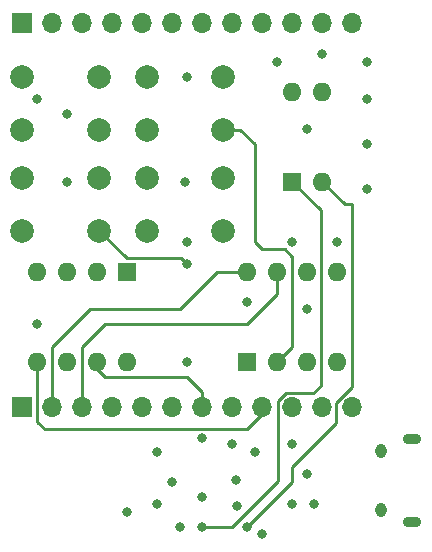
<source format=gbr>
%TF.GenerationSoftware,KiCad,Pcbnew,(6.0.9-0)*%
%TF.CreationDate,2022-11-13T08:04:19-06:00*%
%TF.ProjectId,ProgramingAddOn,50726f67-7261-46d6-996e-674164644f6e,rev?*%
%TF.SameCoordinates,Original*%
%TF.FileFunction,Copper,L3,Inr*%
%TF.FilePolarity,Positive*%
%FSLAX46Y46*%
G04 Gerber Fmt 4.6, Leading zero omitted, Abs format (unit mm)*
G04 Created by KiCad (PCBNEW (6.0.9-0)) date 2022-11-13 08:04:19*
%MOMM*%
%LPD*%
G01*
G04 APERTURE LIST*
%TA.AperFunction,ComponentPad*%
%ADD10C,2.000000*%
%TD*%
%TA.AperFunction,ComponentPad*%
%ADD11R,1.600000X1.600000*%
%TD*%
%TA.AperFunction,ComponentPad*%
%ADD12O,1.600000X1.600000*%
%TD*%
%TA.AperFunction,ComponentPad*%
%ADD13O,1.550000X0.890000*%
%TD*%
%TA.AperFunction,ComponentPad*%
%ADD14O,0.950000X1.250000*%
%TD*%
%TA.AperFunction,ComponentPad*%
%ADD15R,1.700000X1.700000*%
%TD*%
%TA.AperFunction,ComponentPad*%
%ADD16O,1.700000X1.700000*%
%TD*%
%TA.AperFunction,ViaPad*%
%ADD17C,0.800000*%
%TD*%
%TA.AperFunction,Conductor*%
%ADD18C,0.250000*%
%TD*%
G04 APERTURE END LIST*
D10*
%TO.N,+3.3V*%
%TO.C,SW2*%
X74050000Y-55880000D03*
X80550000Y-55880000D03*
%TO.N,Net-(SW2-Pad2)*%
X80550000Y-60380000D03*
X74050000Y-60380000D03*
%TD*%
D11*
%TO.N,Net-(SW4-Pad2)*%
%TO.C,SW7*%
X82560000Y-80010000D03*
D12*
%TO.N,Net-(SW2-Pad2)*%
X85100000Y-80010000D03*
%TO.N,Net-(SW6-Pad2)*%
X87640000Y-80010000D03*
%TO.N,Net-(SW3-Pad2)*%
X90180000Y-80010000D03*
%TO.N,/In-0*%
X90180000Y-72390000D03*
%TO.N,/In-1*%
X87640000Y-72390000D03*
%TO.N,/In-2 {slash} RX*%
X85100000Y-72390000D03*
%TO.N,/In-3 {slash} TX*%
X82560000Y-72390000D03*
%TD*%
D13*
%TO.N,GND*%
%TO.C,J1*%
X96550000Y-86581298D03*
D14*
X93850000Y-92581298D03*
X93850000Y-87581298D03*
D13*
X96550000Y-93581298D03*
%TD*%
D11*
%TO.N,/TXD*%
%TO.C,SW1*%
X86380000Y-64770000D03*
D12*
%TO.N,/RXD*%
X88920000Y-64770000D03*
%TO.N,/In-3 {slash} TX*%
X88920000Y-57150000D03*
%TO.N,/In-2 {slash} RX*%
X86380000Y-57150000D03*
%TD*%
D10*
%TO.N,+3.3V*%
%TO.C,SW4*%
X70000000Y-64430000D03*
X63500000Y-64430000D03*
%TO.N,Net-(SW4-Pad2)*%
X63500000Y-68930000D03*
X70000000Y-68930000D03*
%TD*%
%TO.N,+3.3V*%
%TO.C,SW3*%
X70000000Y-55880000D03*
X63500000Y-55880000D03*
%TO.N,Net-(SW3-Pad2)*%
X63500000Y-60380000D03*
X70000000Y-60380000D03*
%TD*%
%TO.N,+3.3V*%
%TO.C,SW6*%
X74050000Y-64430000D03*
X80550000Y-64430000D03*
%TO.N,Net-(SW6-Pad2)*%
X80550000Y-68930000D03*
X74050000Y-68930000D03*
%TD*%
D11*
%TO.N,Net-(D5-Pad1)*%
%TO.C,SW5*%
X72390000Y-72400000D03*
D12*
%TO.N,Net-(D4-Pad1)*%
X69850000Y-72400000D03*
%TO.N,Net-(D2-Pad1)*%
X67310000Y-72400000D03*
%TO.N,Net-(D3-Pad1)*%
X64770000Y-72400000D03*
%TO.N,/Out-0*%
X64770000Y-80020000D03*
%TO.N,/Out-1*%
X67310000Y-80020000D03*
%TO.N,/Out-2*%
X69850000Y-80020000D03*
%TO.N,/Out-3*%
X72390000Y-80020000D03*
%TD*%
D15*
%TO.N,GND*%
%TO.C,J4*%
X63495000Y-51365000D03*
D16*
%TO.N,/In-3 {slash} TX*%
X66035000Y-51365000D03*
%TO.N,/In-2 {slash} RX*%
X68575000Y-51365000D03*
%TO.N,/In-1*%
X71115000Y-51365000D03*
%TO.N,/In-0*%
X73655000Y-51365000D03*
%TO.N,/Out-3*%
X76195000Y-51365000D03*
%TO.N,/Out-2*%
X78735000Y-51365000D03*
%TO.N,/Out-1*%
X81275000Y-51365000D03*
%TO.N,/Out-0*%
X83815000Y-51365000D03*
%TO.N,GND*%
X86355000Y-51365000D03*
%TO.N,+3.3V*%
X88895000Y-51365000D03*
%TO.N,/Reset*%
X91435000Y-51365000D03*
%TD*%
D15*
%TO.N,GND*%
%TO.C,J5*%
X63500000Y-83830000D03*
D16*
%TO.N,/In-3 {slash} TX*%
X66040000Y-83830000D03*
%TO.N,/In-2 {slash} RX*%
X68580000Y-83830000D03*
%TO.N,/In-1*%
X71120000Y-83830000D03*
%TO.N,/In-0*%
X73660000Y-83830000D03*
%TO.N,/Out-3*%
X76200000Y-83830000D03*
%TO.N,/Out-2*%
X78740000Y-83830000D03*
%TO.N,/Out-1*%
X81280000Y-83830000D03*
%TO.N,/Out-0*%
X83820000Y-83830000D03*
%TO.N,GND*%
X86360000Y-83830000D03*
%TO.N,+3.3V*%
X88900000Y-83830000D03*
%TO.N,/Reset*%
X91440000Y-83830000D03*
%TD*%
D17*
%TO.N,VBUS*%
X87630000Y-89535000D03*
X78740000Y-86449500D03*
X88175000Y-92075000D03*
%TO.N,GND*%
X83820000Y-94615000D03*
X72390000Y-92710000D03*
X87630000Y-60325000D03*
X88900000Y-53975000D03*
X64770000Y-57785000D03*
X67310000Y-64770000D03*
X83185000Y-87630000D03*
X92710000Y-54610000D03*
X82550000Y-74930000D03*
X85090000Y-54610000D03*
X86360000Y-92075000D03*
X76200000Y-90170000D03*
X76835000Y-93980000D03*
X87630000Y-75565000D03*
X64770000Y-76835000D03*
X77470000Y-69850000D03*
X81280000Y-86995000D03*
X86360000Y-69850000D03*
X77300000Y-64770000D03*
X77470000Y-55880000D03*
X92710000Y-57785000D03*
X74930000Y-87630000D03*
X92710000Y-61595000D03*
X81695602Y-92254846D03*
X92710000Y-65405000D03*
X67310000Y-59055000D03*
X86360000Y-86995000D03*
X90170000Y-69850000D03*
X78740000Y-91440000D03*
%TO.N,+3.3V*%
X81575767Y-89990500D03*
X74930000Y-92075000D03*
%TO.N,/TXD*%
X78730837Y-94029479D03*
%TO.N,/RXD*%
X82550000Y-93980000D03*
%TO.N,Net-(SW4-Pad2)*%
X77470000Y-71755000D03*
X77470000Y-80010000D03*
%TD*%
D18*
%TO.N,/TXD*%
X81280000Y-93980000D02*
X78740000Y-93980000D01*
X88765000Y-67155000D02*
X88765000Y-82050000D01*
X85185000Y-90075000D02*
X81280000Y-93980000D01*
X85185000Y-83343299D02*
X85185000Y-90075000D01*
X88160000Y-82655000D02*
X88765000Y-82050000D01*
X85873299Y-82655000D02*
X85185000Y-83343299D01*
X78740000Y-94020316D02*
X78730837Y-94029479D01*
X85873299Y-82655000D02*
X88160000Y-82655000D01*
X78740000Y-93980000D02*
X78740000Y-94020316D01*
X86380000Y-64770000D02*
X88765000Y-67155000D01*
%TO.N,/RXD*%
X90075000Y-85185000D02*
X86360000Y-88900000D01*
X91440000Y-66675000D02*
X91440000Y-82168299D01*
X86360000Y-88900000D02*
X86360000Y-90170000D01*
X91440000Y-82168299D02*
X90075000Y-83533299D01*
X86360000Y-90170000D02*
X82550000Y-93980000D01*
X90075000Y-83533299D02*
X90075000Y-85185000D01*
X88920000Y-64770000D02*
X90825000Y-66675000D01*
X90825000Y-66675000D02*
X91440000Y-66675000D01*
%TO.N,/In-2 {slash} RX*%
X82550000Y-76835000D02*
X85100000Y-74285000D01*
X70485000Y-76835000D02*
X82550000Y-76835000D01*
X68580000Y-78740000D02*
X70485000Y-76835000D01*
X68580000Y-83830000D02*
X68580000Y-78740000D01*
X85100000Y-74285000D02*
X85100000Y-72390000D01*
%TO.N,/In-3 {slash} TX*%
X76835000Y-75565000D02*
X80010000Y-72390000D01*
X80010000Y-72390000D02*
X82560000Y-72390000D01*
X69215000Y-75565000D02*
X76835000Y-75565000D01*
X66040000Y-78740000D02*
X69215000Y-75565000D01*
X66040000Y-83830000D02*
X66040000Y-78740000D01*
%TO.N,/Out-0*%
X83820000Y-84455000D02*
X83820000Y-83830000D01*
X64770000Y-85090000D02*
X65405000Y-85725000D01*
X65405000Y-85725000D02*
X82550000Y-85725000D01*
X64770000Y-80020000D02*
X64770000Y-85090000D01*
X82550000Y-85725000D02*
X83820000Y-84455000D01*
%TO.N,/Out-2*%
X77470000Y-81280000D02*
X78740000Y-82550000D01*
X78740000Y-82550000D02*
X78740000Y-83830000D01*
X69850000Y-80020000D02*
X69850000Y-80645000D01*
X69850000Y-80645000D02*
X70485000Y-81280000D01*
X70485000Y-81280000D02*
X77470000Y-81280000D01*
%TO.N,Net-(SW2-Pad2)*%
X86360000Y-71120000D02*
X86360000Y-78750000D01*
X80550000Y-60380000D02*
X81970000Y-60380000D01*
X83185000Y-69850000D02*
X83820000Y-70485000D01*
X86360000Y-78750000D02*
X85100000Y-80010000D01*
X85725000Y-70485000D02*
X86360000Y-71120000D01*
X81970000Y-60380000D02*
X83185000Y-61595000D01*
X83185000Y-61595000D02*
X83185000Y-69850000D01*
X83820000Y-70485000D02*
X85725000Y-70485000D01*
%TO.N,Net-(SW4-Pad2)*%
X72345000Y-71275000D02*
X76990000Y-71275000D01*
X76990000Y-71275000D02*
X77470000Y-71755000D01*
X70000000Y-68930000D02*
X72345000Y-71275000D01*
%TD*%
M02*

</source>
